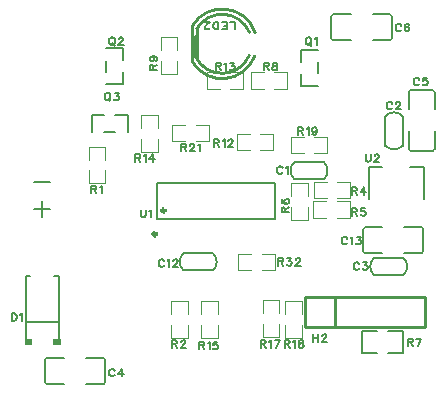
<source format=gto>
G04 Layer: TopSilkscreenLayer*
G04 EasyEDA Pro v1.9.29.eba1c1, 2023-03-25 18:59:35*
G04 Gerber Generator version 0.3*
G04 Scale: 100 percent, Rotated: No, Reflected: No*
G04 Dimensions in millimeters*
G04 Leading zeros omitted, absolute positions, 3 integers and 3 decimals*
%FSLAX33Y33*%
%MOMM*%
%ADD10C,0.2032*%
%ADD11C,0.1524*%
%ADD12C,0.254*%
%ADD13C,0.1*%
%ADD14C,0.15*%
%ADD15C,0.0254*%
%ADD16C,0.3008*%
%ADD17C,0.299999*%
G75*


G04 Text Start*
G04 //text: -*
G54D10*
G01X-15392Y1016D02*
G01X-14077Y1016D01*
G04 //text: +*
G01X-14735Y-612D02*
G01X-14735Y-1928D01*
G01X-15392Y-1270D02*
G01X-14077Y-1270D01*
G04 //text: R9*
G54D11*
G01X-5641Y10490D02*
G01X-4991Y10490D01*
G01X-5641Y10490D02*
G01X-5641Y10770D01*
G01X-5611Y10861D01*
G01X-5580Y10892D01*
G01X-5517Y10925D01*
G01X-5456D01*
G01X-5395Y10892D01*
G01X-5364Y10861D01*
G01X-5331Y10770D01*
G01Y10490D01*
G01X-5331Y10706D02*
G01X-4991Y10925D01*
G01X-5425Y11628D02*
G01X-5331Y11595D01*
G01X-5270Y11534D01*
G01X-5240Y11440D01*
G01Y11410D01*
G01X-5270Y11318D01*
G01X-5331Y11255D01*
G01X-5425Y11224D01*
G01X-5456D01*
G01X-5550Y11255D01*
G01X-5611Y11318D01*
G01X-5641Y11410D01*
G01Y11440D01*
G01X-5611Y11534D01*
G01X-5550Y11595D01*
G01X-5425Y11628D01*
G01X-5270D01*
G01X-5116Y11595D01*
G01X-5022Y11534D01*
G01X-4991Y11440D01*
G01Y11379D01*
G01X-5022Y11288D01*
G01X-5085Y11255D01*
G04 //text: Q2*
G01X-8882Y13261D02*
G01X-8943Y13231D01*
G01X-9007Y13170D01*
G01X-9037Y13106D01*
G01X-9068Y13015D01*
G01Y12860D01*
G01X-9037Y12766D01*
G01X-9007Y12705D01*
G01X-8943Y12642D01*
G01X-8882Y12611D01*
G01X-8758D01*
G01X-8697Y12642D01*
G01X-8633Y12705D01*
G01X-8603Y12766D01*
G01X-8572Y12860D01*
G01Y13015D01*
G01X-8603Y13106D01*
G01X-8633Y13170D01*
G01X-8697Y13231D01*
G01X-8758Y13261D01*
G01X-8882D01*
G01X-8788Y12736D02*
G01X-8603Y12550D01*
G01X-8240Y13106D02*
G01X-8240Y13137D01*
G01X-8209Y13200D01*
G01X-8179Y13231D01*
G01X-8118Y13261D01*
G01X-7993D01*
G01X-7930Y13231D01*
G01X-7899Y13200D01*
G01X-7869Y13137D01*
G01Y13076D01*
G01X-7899Y13015D01*
G01X-7963Y12921D01*
G01X-8270Y12611D01*
G01X-7838D01*
G04 //text: R6*
G01X5535Y-1575D02*
G01X6185Y-1575D01*
G01X5535Y-1575D02*
G01X5535Y-1295D01*
G01X5565Y-1204D01*
G01X5596Y-1173D01*
G01X5659Y-1140D01*
G01X5720D01*
G01X5781Y-1173D01*
G01X5812Y-1204D01*
G01X5845Y-1295D01*
G01Y-1575D01*
G01X5845Y-1359D02*
G01X6185Y-1140D01*
G01X5626Y-470D02*
G01X5565Y-500D01*
G01X5535Y-592D01*
G01Y-655D01*
G01X5565Y-747D01*
G01X5659Y-810D01*
G01X5812Y-841D01*
G01X5966D01*
G01X6091Y-810D01*
G01X6154Y-747D01*
G01X6185Y-655D01*
G01Y-625D01*
G01X6154Y-531D01*
G01X6091Y-470D01*
G01X5999Y-437D01*
G01X5966D01*
G01X5875Y-470D01*
G01X5812Y-531D01*
G01X5781Y-625D01*
G01Y-655D01*
G01X5812Y-747D01*
G01X5875Y-810D01*
G01X5966Y-841D01*
G04 //text: U1*
G01X-6401Y-1344D02*
G01X-6401Y-1808D01*
G01X-6370Y-1900D01*
G01X-6307Y-1963D01*
G01X-6215Y-1994D01*
G01X-6152D01*
G01X-6060Y-1963D01*
G01X-5999Y-1900D01*
G01X-5966Y-1808D01*
G01Y-1344D01*
G01X-5667Y-1468D02*
G01X-5603Y-1435D01*
G01X-5512Y-1344D01*
G01Y-1994D01*
G04 //text: C13*
G01X11082Y-3785D02*
G01X11052Y-3721D01*
G01X10988Y-3660D01*
G01X10927Y-3630D01*
G01X10803D01*
G01X10742Y-3660D01*
G01X10678Y-3721D01*
G01X10648Y-3785D01*
G01X10617Y-3876D01*
G01Y-4031D01*
G01X10648Y-4125D01*
G01X10678Y-4186D01*
G01X10742Y-4249D01*
G01X10803Y-4280D01*
G01X10927D01*
G01X10988Y-4249D01*
G01X11052Y-4186D01*
G01X11082Y-4125D01*
G01X11382Y-3754D02*
G01X11445Y-3721D01*
G01X11537Y-3630D01*
G01Y-4280D01*
G01X11900Y-3630D02*
G01X12240Y-3630D01*
G01X12055Y-3876D01*
G01X12149D01*
G01X12210Y-3907D01*
G01X12240Y-3940D01*
G01X12271Y-4031D01*
G01Y-4094D01*
G01X12240Y-4186D01*
G01X12179Y-4249D01*
G01X12085Y-4280D01*
G01X11994D01*
G01X11900Y-4249D01*
G01X11869Y-4216D01*
G01X11839Y-4155D01*
G04 //text: R17*
G01X3759Y-12393D02*
G01X3759Y-13043D01*
G01X3759Y-12393D02*
G01X4039Y-12393D01*
G01X4130Y-12423D01*
G01X4161Y-12454D01*
G01X4194Y-12517D01*
G01Y-12578D01*
G01X4161Y-12639D01*
G01X4130Y-12670D01*
G01X4039Y-12703D01*
G01X3759D01*
G01X3975Y-12703D02*
G01X4194Y-13043D01*
G01X4493Y-12517D02*
G01X4557Y-12484D01*
G01X4648Y-12393D01*
G01Y-13043D01*
G01X5382Y-12393D02*
G01X5072Y-13043D01*
G01X4950Y-12393D02*
G01X5382Y-12393D01*
G04 //text: R18*
G01X5791Y-12393D02*
G01X5791Y-13043D01*
G01X5791Y-12393D02*
G01X6071Y-12393D01*
G01X6162Y-12423D01*
G01X6193Y-12454D01*
G01X6226Y-12517D01*
G01Y-12578D01*
G01X6193Y-12639D01*
G01X6162Y-12670D01*
G01X6071Y-12703D01*
G01X5791D01*
G01X6007Y-12703D02*
G01X6226Y-13043D01*
G01X6525Y-12517D02*
G01X6589Y-12484D01*
G01X6680Y-12393D01*
G01Y-13043D01*
G01X7137Y-12393D02*
G01X7043Y-12423D01*
G01X7013Y-12484D01*
G01Y-12548D01*
G01X7043Y-12609D01*
G01X7104Y-12639D01*
G01X7229Y-12670D01*
G01X7323Y-12703D01*
G01X7384Y-12763D01*
G01X7414Y-12824D01*
G01Y-12918D01*
G01X7384Y-12979D01*
G01X7353Y-13012D01*
G01X7259Y-13043D01*
G01X7137D01*
G01X7043Y-13012D01*
G01X7013Y-12979D01*
G01X6982Y-12918D01*
G01Y-12824D01*
G01X7013Y-12763D01*
G01X7074Y-12703D01*
G01X7168Y-12670D01*
G01X7290Y-12639D01*
G01X7353Y-12609D01*
G01X7384Y-12548D01*
G01Y-12484D01*
G01X7353Y-12423D01*
G01X7259Y-12393D01*
G01X7137D01*
G04 //text: R13*
G01X-51Y11102D02*
G01X-51Y10452D01*
G01X-51Y11102D02*
G01X229Y11102D01*
G01X320Y11072D01*
G01X351Y11041D01*
G01X384Y10978D01*
G01Y10917D01*
G01X351Y10856D01*
G01X320Y10825D01*
G01X229Y10792D01*
G01X-51D01*
G01X165Y10792D02*
G01X384Y10452D01*
G01X683Y10978D02*
G01X747Y11011D01*
G01X838Y11102D01*
G01Y10452D01*
G01X1201Y11102D02*
G01X1542Y11102D01*
G01X1356Y10856D01*
G01X1448D01*
G01X1511Y10825D01*
G01X1542Y10792D01*
G01X1572Y10701D01*
G01Y10638D01*
G01X1542Y10546D01*
G01X1481Y10483D01*
G01X1387Y10452D01*
G01X1295D01*
G01X1201Y10483D01*
G01X1171Y10516D01*
G01X1140Y10577D01*
G04 //text: C1*
G01X5621Y2184D02*
G01X5591Y2248D01*
G01X5527Y2309D01*
G01X5466Y2339D01*
G01X5342D01*
G01X5281Y2309D01*
G01X5217Y2248D01*
G01X5187Y2184D01*
G01X5156Y2093D01*
G01Y1938D01*
G01X5187Y1844D01*
G01X5217Y1783D01*
G01X5281Y1720D01*
G01X5342Y1689D01*
G01X5466D01*
G01X5527Y1720D01*
G01X5591Y1783D01*
G01X5621Y1844D01*
G01X5921Y2215D02*
G01X5984Y2248D01*
G01X6076Y2339D01*
G01Y1689D01*
G04 //text: R32*
G01X5243Y-5421D02*
G01X5243Y-6071D01*
G01X5243Y-5421D02*
G01X5523Y-5421D01*
G01X5614Y-5451D01*
G01X5645Y-5482D01*
G01X5678Y-5545D01*
G01Y-5606D01*
G01X5645Y-5667D01*
G01X5614Y-5698D01*
G01X5523Y-5731D01*
G01X5243D01*
G01X5459Y-5731D02*
G01X5678Y-6071D01*
G01X6041Y-5421D02*
G01X6381Y-5421D01*
G01X6193Y-5667D01*
G01X6287D01*
G01X6348Y-5698D01*
G01X6381Y-5731D01*
G01X6412Y-5822D01*
G01Y-5885D01*
G01X6381Y-5977D01*
G01X6318Y-6040D01*
G01X6226Y-6071D01*
G01X6132D01*
G01X6041Y-6040D01*
G01X6008Y-6007D01*
G01X5977Y-5946D01*
G01X6742Y-5576D02*
G01X6742Y-5545D01*
G01X6775Y-5482D01*
G01X6805Y-5451D01*
G01X6866Y-5421D01*
G01X6991D01*
G01X7052Y-5451D01*
G01X7085Y-5482D01*
G01X7115Y-5545D01*
G01Y-5606D01*
G01X7085Y-5667D01*
G01X7021Y-5761D01*
G01X6711Y-6071D01*
G01X7146D01*
G04 //text: Q3*
G01X-9263Y8562D02*
G01X-9324Y8532D01*
G01X-9388Y8471D01*
G01X-9418Y8407D01*
G01X-9449Y8316D01*
G01Y8161D01*
G01X-9418Y8067D01*
G01X-9388Y8006D01*
G01X-9324Y7943D01*
G01X-9263Y7912D01*
G01X-9139D01*
G01X-9078Y7943D01*
G01X-9014Y8006D01*
G01X-8984Y8067D01*
G01X-8953Y8161D01*
G01Y8316D01*
G01X-8984Y8407D01*
G01X-9014Y8471D01*
G01X-9078Y8532D01*
G01X-9139Y8562D01*
G01X-9263D01*
G01X-9169Y8037D02*
G01X-8984Y7851D01*
G01X-8590Y8562D02*
G01X-8250Y8562D01*
G01X-8435Y8316D01*
G01X-8344D01*
G01X-8280Y8285D01*
G01X-8250Y8252D01*
G01X-8219Y8161D01*
G01Y8098D01*
G01X-8250Y8006D01*
G01X-8311Y7943D01*
G01X-8405Y7912D01*
G01X-8499D01*
G01X-8590Y7943D01*
G01X-8621Y7976D01*
G01X-8651Y8037D01*
G04 //text: R21*
G01X-2972Y4244D02*
G01X-2972Y3594D01*
G01X-2972Y4244D02*
G01X-2692Y4244D01*
G01X-2601Y4214D01*
G01X-2570Y4183D01*
G01X-2537Y4120D01*
G01Y4059D01*
G01X-2570Y3998D01*
G01X-2601Y3967D01*
G01X-2692Y3934D01*
G01X-2972D01*
G01X-2756Y3934D02*
G01X-2537Y3594D01*
G01X-2207Y4089D02*
G01X-2207Y4120D01*
G01X-2174Y4183D01*
G01X-2144Y4214D01*
G01X-2083Y4244D01*
G01X-1958D01*
G01X-1897Y4214D01*
G01X-1867Y4183D01*
G01X-1834Y4120D01*
G01Y4059D01*
G01X-1867Y3998D01*
G01X-1928Y3904D01*
G01X-2238Y3594D01*
G01X-1803D01*
G01X-1504Y4120D02*
G01X-1440Y4153D01*
G01X-1349Y4244D01*
G01Y3594D01*
G04 //text: H2*
G01X8204Y-11885D02*
G01X8204Y-12535D01*
G01X8639Y-11885D02*
G01X8639Y-12535D01*
G01X8204Y-12195D02*
G01X8639Y-12195D01*
G01X8969Y-12040D02*
G01X8969Y-12009D01*
G01X9002Y-11946D01*
G01X9032Y-11915D01*
G01X9093Y-11885D01*
G01X9218D01*
G01X9279Y-11915D01*
G01X9309Y-11946D01*
G01X9342Y-12009D01*
G01Y-12070D01*
G01X9309Y-12131D01*
G01X9248Y-12225D01*
G01X8938Y-12535D01*
G01X9373D01*
G04 //text: C12*
G01X-4412Y-5690D02*
G01X-4442Y-5626D01*
G01X-4506Y-5565D01*
G01X-4567Y-5535D01*
G01X-4691D01*
G01X-4752Y-5565D01*
G01X-4816Y-5626D01*
G01X-4846Y-5690D01*
G01X-4877Y-5781D01*
G01Y-5936D01*
G01X-4846Y-6030D01*
G01X-4816Y-6091D01*
G01X-4752Y-6154D01*
G01X-4691Y-6185D01*
G01X-4567D01*
G01X-4506Y-6154D01*
G01X-4442Y-6091D01*
G01X-4412Y-6030D01*
G01X-4112Y-5659D02*
G01X-4049Y-5626D01*
G01X-3957Y-5535D01*
G01Y-6185D01*
G01X-3625Y-5690D02*
G01X-3625Y-5659D01*
G01X-3594Y-5596D01*
G01X-3564Y-5565D01*
G01X-3500Y-5535D01*
G01X-3378D01*
G01X-3315Y-5565D01*
G01X-3284Y-5596D01*
G01X-3254Y-5659D01*
G01Y-5720D01*
G01X-3284Y-5781D01*
G01X-3345Y-5875D01*
G01X-3655Y-6185D01*
G01X-3223D01*
G04 //text: R12*
G01X-178Y4625D02*
G01X-178Y3975D01*
G01X-178Y4625D02*
G01X102Y4625D01*
G01X193Y4595D01*
G01X224Y4564D01*
G01X257Y4501D01*
G01Y4440D01*
G01X224Y4379D01*
G01X193Y4348D01*
G01X102Y4315D01*
G01X-178D01*
G01X38Y4315D02*
G01X257Y3975D01*
G01X556Y4501D02*
G01X620Y4534D01*
G01X711Y4625D01*
G01Y3975D01*
G01X1044Y4470D02*
G01X1044Y4501D01*
G01X1074Y4564D01*
G01X1105Y4595D01*
G01X1168Y4625D01*
G01X1290D01*
G01X1354Y4595D01*
G01X1384Y4564D01*
G01X1415Y4501D01*
G01Y4440D01*
G01X1384Y4379D01*
G01X1321Y4285D01*
G01X1013Y3975D01*
G01X1445D01*
G04 //text: R14*
G01X-6852Y3336D02*
G01X-6852Y2686D01*
G01X-6852Y3336D02*
G01X-6572Y3336D01*
G01X-6481Y3306D01*
G01X-6450Y3275D01*
G01X-6417Y3212D01*
G01Y3151D01*
G01X-6450Y3090D01*
G01X-6481Y3059D01*
G01X-6572Y3026D01*
G01X-6852D01*
G01X-6636Y3026D02*
G01X-6417Y2686D01*
G01X-6118Y3212D02*
G01X-6054Y3245D01*
G01X-5963Y3336D01*
G01Y2686D01*
G01X-5353Y3336D02*
G01X-5661Y2905D01*
G01X-5198D01*
G01X-5353Y3336D02*
G01X-5353Y2686D01*
G04 //text: U2*
G01X12649Y3355D02*
G01X12649Y2891D01*
G01X12680Y2799D01*
G01X12743Y2736D01*
G01X12835Y2705D01*
G01X12898D01*
G01X12990Y2736D01*
G01X13051Y2799D01*
G01X13084Y2891D01*
G01Y3355D01*
G01X13414Y3200D02*
G01X13414Y3231D01*
G01X13447Y3294D01*
G01X13477Y3325D01*
G01X13538Y3355D01*
G01X13663D01*
G01X13724Y3325D01*
G01X13754Y3294D01*
G01X13787Y3231D01*
G01Y3170D01*
G01X13754Y3109D01*
G01X13693Y3015D01*
G01X13383Y2705D01*
G01X13818D01*
G04 //text: R7*
G01X16205Y-12266D02*
G01X16205Y-12916D01*
G01X16205Y-12266D02*
G01X16485Y-12266D01*
G01X16576Y-12296D01*
G01X16607Y-12327D01*
G01X16640Y-12390D01*
G01Y-12451D01*
G01X16607Y-12512D01*
G01X16576Y-12543D01*
G01X16485Y-12576D01*
G01X16205D01*
G01X16421Y-12576D02*
G01X16640Y-12916D01*
G01X17374Y-12266D02*
G01X17064Y-12916D01*
G01X16939Y-12266D02*
G01X17374Y-12266D01*
G04 //text: R19*
G01X6934Y5641D02*
G01X6934Y4991D01*
G01X6934Y5641D02*
G01X7214Y5641D01*
G01X7305Y5611D01*
G01X7336Y5580D01*
G01X7369Y5517D01*
G01Y5456D01*
G01X7336Y5395D01*
G01X7305Y5364D01*
G01X7214Y5331D01*
G01X6934D01*
G01X7150Y5331D02*
G01X7369Y4991D01*
G01X7668Y5517D02*
G01X7732Y5550D01*
G01X7823Y5641D01*
G01Y4991D01*
G01X8527Y5425D02*
G01X8496Y5331D01*
G01X8433Y5271D01*
G01X8341Y5240D01*
G01X8311D01*
G01X8217Y5271D01*
G01X8156Y5331D01*
G01X8125Y5425D01*
G01Y5456D01*
G01X8156Y5550D01*
G01X8217Y5611D01*
G01X8311Y5641D01*
G01X8341D01*
G01X8433Y5611D01*
G01X8496Y5550D01*
G01X8527Y5425D01*
G01Y5271D01*
G01X8496Y5116D01*
G01X8433Y5022D01*
G01X8341Y4991D01*
G01X8280D01*
G01X8186Y5022D01*
G01X8156Y5085D01*
G04 //text: Q1*
G01X7755Y13261D02*
G01X7694Y13231D01*
G01X7630Y13170D01*
G01X7600Y13106D01*
G01X7569Y13015D01*
G01Y12860D01*
G01X7600Y12766D01*
G01X7630Y12705D01*
G01X7694Y12642D01*
G01X7755Y12611D01*
G01X7879D01*
G01X7940Y12642D01*
G01X8004Y12705D01*
G01X8034Y12766D01*
G01X8065Y12860D01*
G01Y13015D01*
G01X8034Y13106D01*
G01X8004Y13170D01*
G01X7940Y13231D01*
G01X7879Y13261D01*
G01X7755D01*
G01X7849Y12736D02*
G01X8034Y12550D01*
G01X8367Y13137D02*
G01X8428Y13170D01*
G01X8519Y13261D01*
G01Y12611D01*
G04 //text: R8*
G01X4013Y11102D02*
G01X4013Y10452D01*
G01X4013Y11102D02*
G01X4293Y11102D01*
G01X4384Y11072D01*
G01X4415Y11041D01*
G01X4448Y10978D01*
G01Y10917D01*
G01X4415Y10856D01*
G01X4384Y10825D01*
G01X4293Y10792D01*
G01X4013D01*
G01X4229Y10792D02*
G01X4448Y10452D01*
G01X4902Y11102D02*
G01X4811Y11072D01*
G01X4778Y11011D01*
G01Y10947D01*
G01X4811Y10886D01*
G01X4872Y10856D01*
G01X4996Y10825D01*
G01X5088Y10792D01*
G01X5151Y10732D01*
G01X5182Y10671D01*
G01Y10577D01*
G01X5151Y10516D01*
G01X5118Y10483D01*
G01X5027Y10452D01*
G01X4902D01*
G01X4811Y10483D01*
G01X4778Y10516D01*
G01X4747Y10577D01*
G01Y10671D01*
G01X4778Y10732D01*
G01X4841Y10792D01*
G01X4933Y10825D01*
G01X5057Y10856D01*
G01X5118Y10886D01*
G01X5151Y10947D01*
G01Y11011D01*
G01X5118Y11072D01*
G01X5027Y11102D01*
G01X4902D01*
G04 //text: R2*
G01X-3734Y-12393D02*
G01X-3734Y-13043D01*
G01X-3734Y-12393D02*
G01X-3454Y-12393D01*
G01X-3363Y-12423D01*
G01X-3332Y-12454D01*
G01X-3299Y-12517D01*
G01Y-12578D01*
G01X-3332Y-12639D01*
G01X-3363Y-12670D01*
G01X-3454Y-12703D01*
G01X-3734D01*
G01X-3518Y-12703D02*
G01X-3299Y-13043D01*
G01X-2969Y-12548D02*
G01X-2969Y-12517D01*
G01X-2936Y-12454D01*
G01X-2906Y-12423D01*
G01X-2845Y-12393D01*
G01X-2720D01*
G01X-2659Y-12423D01*
G01X-2629Y-12454D01*
G01X-2596Y-12517D01*
G01Y-12578D01*
G01X-2629Y-12639D01*
G01X-2690Y-12733D01*
G01X-3000Y-13043D01*
G01X-2565D01*
G04 //text: R15*
G01X-1448Y-12520D02*
G01X-1448Y-13170D01*
G01X-1448Y-12520D02*
G01X-1168Y-12520D01*
G01X-1077Y-12550D01*
G01X-1046Y-12581D01*
G01X-1013Y-12644D01*
G01Y-12705D01*
G01X-1046Y-12766D01*
G01X-1077Y-12797D01*
G01X-1168Y-12830D01*
G01X-1448D01*
G01X-1232Y-12830D02*
G01X-1013Y-13170D01*
G01X-714Y-12644D02*
G01X-650Y-12611D01*
G01X-559Y-12520D01*
G01Y-13170D01*
G01X114Y-12520D02*
G01X-196Y-12520D01*
G01X-226Y-12797D01*
G01X-196Y-12766D01*
G01X-102Y-12736D01*
G01X-10D01*
G01X84Y-12766D01*
G01X145Y-12830D01*
G01X175Y-12921D01*
G01Y-12984D01*
G01X145Y-13076D01*
G01X84Y-13139D01*
G01X-10Y-13170D01*
G01X-102D01*
G01X-196Y-13139D01*
G01X-226Y-13106D01*
G01X-257Y-13045D01*
G04 //text: R1*
G01X-10592Y688D02*
G01X-10592Y38D01*
G01X-10592Y688D02*
G01X-10312Y688D01*
G01X-10221Y658D01*
G01X-10190Y627D01*
G01X-10157Y564D01*
G01Y503D01*
G01X-10190Y442D01*
G01X-10221Y411D01*
G01X-10312Y378D01*
G01X-10592D01*
G01X-10376Y378D02*
G01X-10157Y38D01*
G01X-9858Y564D02*
G01X-9794Y597D01*
G01X-9703Y688D01*
G01Y38D01*
G04 //text: R5*
G01X11506Y-1217D02*
G01X11506Y-1867D01*
G01X11506Y-1217D02*
G01X11786Y-1217D01*
G01X11877Y-1247D01*
G01X11908Y-1278D01*
G01X11941Y-1341D01*
G01Y-1402D01*
G01X11908Y-1463D01*
G01X11877Y-1494D01*
G01X11786Y-1527D01*
G01X11506D01*
G01X11722Y-1527D02*
G01X11941Y-1867D01*
G01X12611Y-1217D02*
G01X12304Y-1217D01*
G01X12271Y-1494D01*
G01X12304Y-1463D01*
G01X12395Y-1433D01*
G01X12489D01*
G01X12581Y-1463D01*
G01X12644Y-1527D01*
G01X12675Y-1618D01*
G01Y-1681D01*
G01X12644Y-1773D01*
G01X12581Y-1836D01*
G01X12489Y-1867D01*
G01X12395D01*
G01X12304Y-1836D01*
G01X12271Y-1803D01*
G01X12240Y-1742D01*
G04 //text: C2*
G01X14892Y7645D02*
G01X14862Y7709D01*
G01X14798Y7770D01*
G01X14737Y7800D01*
G01X14613D01*
G01X14552Y7770D01*
G01X14488Y7709D01*
G01X14458Y7645D01*
G01X14427Y7554D01*
G01Y7399D01*
G01X14458Y7305D01*
G01X14488Y7244D01*
G01X14552Y7181D01*
G01X14613Y7150D01*
G01X14737D01*
G01X14798Y7181D01*
G01X14862Y7244D01*
G01X14892Y7305D01*
G01X15225Y7645D02*
G01X15225Y7676D01*
G01X15255Y7739D01*
G01X15286Y7770D01*
G01X15347Y7800D01*
G01X15471D01*
G01X15532Y7770D01*
G01X15565Y7739D01*
G01X15596Y7676D01*
G01Y7615D01*
G01X15565Y7554D01*
G01X15502Y7460D01*
G01X15192Y7150D01*
G01X15626D01*
G04 //text: C3*
G01X12098Y-5944D02*
G01X12068Y-5880D01*
G01X12004Y-5819D01*
G01X11943Y-5789D01*
G01X11819D01*
G01X11758Y-5819D01*
G01X11694Y-5880D01*
G01X11664Y-5944D01*
G01X11633Y-6035D01*
G01Y-6190D01*
G01X11664Y-6284D01*
G01X11694Y-6345D01*
G01X11758Y-6408D01*
G01X11819Y-6439D01*
G01X11943D01*
G01X12004Y-6408D01*
G01X12068Y-6345D01*
G01X12098Y-6284D01*
G01X12461Y-5789D02*
G01X12802Y-5789D01*
G01X12616Y-6035D01*
G01X12708D01*
G01X12771Y-6066D01*
G01X12802Y-6099D01*
G01X12832Y-6190D01*
G01Y-6253D01*
G01X12802Y-6345D01*
G01X12738Y-6408D01*
G01X12647Y-6439D01*
G01X12553D01*
G01X12461Y-6408D01*
G01X12431Y-6375D01*
G01X12398Y-6314D01*
G04 //text: D1*
G01X-17323Y-10107D02*
G01X-17323Y-10757D01*
G01X-17323Y-10107D02*
G01X-17107Y-10107D01*
G01X-17013Y-10137D01*
G01X-16952Y-10198D01*
G01X-16921Y-10262D01*
G01X-16888Y-10353D01*
G01Y-10508D01*
G01X-16921Y-10602D01*
G01X-16952Y-10663D01*
G01X-17013Y-10726D01*
G01X-17107Y-10757D01*
G01X-17323D01*
G01X-16589Y-10231D02*
G01X-16525Y-10198D01*
G01X-16434Y-10107D01*
G01Y-10757D01*
G04 //text: R4*
G01X11506Y561D02*
G01X11506Y-89D01*
G01X11506Y561D02*
G01X11786Y561D01*
G01X11877Y531D01*
G01X11908Y500D01*
G01X11941Y437D01*
G01Y376D01*
G01X11908Y315D01*
G01X11877Y284D01*
G01X11786Y251D01*
G01X11506D01*
G01X11722Y251D02*
G01X11941Y-89D01*
G01X12550Y561D02*
G01X12240Y130D01*
G01X12705D01*
G01X12550Y561D02*
G01X12550Y-89D01*
G04 //text: C4*
G01X-8603Y-14961D02*
G01X-8633Y-14897D01*
G01X-8697Y-14836D01*
G01X-8758Y-14806D01*
G01X-8882D01*
G01X-8943Y-14836D01*
G01X-9007Y-14897D01*
G01X-9037Y-14961D01*
G01X-9068Y-15052D01*
G01Y-15207D01*
G01X-9037Y-15301D01*
G01X-9007Y-15362D01*
G01X-8943Y-15425D01*
G01X-8882Y-15456D01*
G01X-8758D01*
G01X-8697Y-15425D01*
G01X-8633Y-15362D01*
G01X-8603Y-15301D01*
G01X-7993Y-14806D02*
G01X-8303Y-15237D01*
G01X-7838D01*
G01X-7993Y-14806D02*
G01X-7993Y-15456D01*
G04 //text: C5*
G01X17178Y9677D02*
G01X17148Y9741D01*
G01X17084Y9802D01*
G01X17023Y9832D01*
G01X16899D01*
G01X16838Y9802D01*
G01X16774Y9741D01*
G01X16744Y9677D01*
G01X16713Y9586D01*
G01Y9431D01*
G01X16744Y9337D01*
G01X16774Y9276D01*
G01X16838Y9213D01*
G01X16899Y9182D01*
G01X17023D01*
G01X17084Y9213D01*
G01X17148Y9276D01*
G01X17178Y9337D01*
G01X17851Y9832D02*
G01X17541Y9832D01*
G01X17511Y9555D01*
G01X17541Y9586D01*
G01X17633Y9616D01*
G01X17727D01*
G01X17818Y9586D01*
G01X17882Y9522D01*
G01X17912Y9431D01*
G01Y9368D01*
G01X17882Y9276D01*
G01X17818Y9213D01*
G01X17727Y9182D01*
G01X17633D01*
G01X17541Y9213D01*
G01X17511Y9246D01*
G01X17478Y9307D01*
G04 //text: C6*
G01X15654Y14249D02*
G01X15624Y14313D01*
G01X15560Y14374D01*
G01X15499Y14404D01*
G01X15375D01*
G01X15314Y14374D01*
G01X15250Y14313D01*
G01X15220Y14249D01*
G01X15189Y14158D01*
G01Y14003D01*
G01X15220Y13909D01*
G01X15250Y13848D01*
G01X15314Y13785D01*
G01X15375Y13754D01*
G01X15499D01*
G01X15560Y13785D01*
G01X15624Y13848D01*
G01X15654Y13909D01*
G01X16327Y14313D02*
G01X16294Y14374D01*
G01X16203Y14404D01*
G01X16139D01*
G01X16048Y14374D01*
G01X15987Y14280D01*
G01X15954Y14127D01*
G01Y13973D01*
G01X15987Y13848D01*
G01X16048Y13785D01*
G01X16139Y13754D01*
G01X16172D01*
G01X16264Y13785D01*
G01X16327Y13848D01*
G01X16358Y13940D01*
G01Y13973D01*
G01X16327Y14064D01*
G01X16264Y14127D01*
G01X16172Y14158D01*
G01X16139D01*
G01X16048Y14127D01*
G01X15987Y14064D01*
G01X15954Y13973D01*
G04 //text: LED2*
G01X1575Y13917D02*
G01X1575Y14567D01*
G01X1575Y14567D02*
G01X1204Y14567D01*
G01X902Y13917D02*
G01X902Y14567D01*
G01X902Y13917D02*
G01X500Y13917D01*
G01X902Y14227D02*
G01X655Y14227D01*
G01X902Y14567D02*
G01X500Y14567D01*
G01X198Y13917D02*
G01X198Y14567D01*
G01X198Y13917D02*
G01X-18Y13917D01*
G01X-112Y13947D01*
G01X-173Y14008D01*
G01X-203Y14072D01*
G01X-234Y14163D01*
G01Y14318D01*
G01X-203Y14412D01*
G01X-173Y14473D01*
G01X-112Y14536D01*
G01X-18Y14567D01*
G01X198D01*
G01X-566Y14072D02*
G01X-566Y14041D01*
G01X-597Y13978D01*
G01X-627Y13947D01*
G01X-691Y13917D01*
G01X-815D01*
G01X-876Y13947D01*
G01X-907Y13978D01*
G01X-937Y14041D01*
G01Y14102D01*
G01X-907Y14163D01*
G01X-846Y14257D01*
G01X-536Y14567D01*
G01X-968D01*
G04 Text End*

G04 PolygonModel Start*
G54D12*
G01X-2012Y11170D02*
G01X-2012Y14170D01*
G01X-1651Y11430D02*
G01X-1651Y13970D01*
G01X-1778Y11938D02*
G01X-1778Y13335D01*
G01X-1783Y11700D02*
G03X2800Y11702I2291J1000D01*
G01X-2018Y11177D02*
G03X3272Y11670I2526J1523D01*
G01X3302Y13647D02*
G03X-2034Y14198I-2794J-947D01*
G01X2808Y13681D02*
G03X-1647Y13968I-2300J-981D01*
G54D13*
G01X-4707Y10154D02*
G01X-4707Y11254D01*
G01X-4707Y10154D02*
G01X-3307Y10154D01*
G01X-3307Y10154D02*
G01X-3307Y11254D01*
G01X-4707Y12154D02*
G01X-4707Y13254D01*
G01X-4707Y13254D02*
G01X-3307Y13254D01*
G01X-3307Y12154D02*
G01X-3307Y13254D01*
G54D11*
G01X-9362Y9269D02*
G01X-7910Y9269D01*
G01X-7910Y9269D02*
G01X-7910Y10300D01*
G01X-9362Y12321D02*
G01X-7910Y12321D01*
G01X-7910Y12321D02*
G01X-7910Y11290D01*
G01X-9362Y10340D02*
G01X-9362Y11250D01*
G54D13*
G01X7755Y895D02*
G01X7755Y-205D01*
G01X7755Y895D02*
G01X6355Y895D01*
G01X6355Y895D02*
G01X6355Y-205D01*
G01X7755Y-1105D02*
G01X7755Y-2205D01*
G01X7755Y-2205D02*
G01X6355Y-2205D01*
G01X6355Y-1105D02*
G01X6355Y-2205D01*
G54D11*
G01X-5026Y-2156D02*
G01X-5026Y886D01*
G01X-5026Y886D02*
G01X5026Y886D01*
G01X5026Y886D02*
G01X5026Y-2156D01*
G01X5026Y-2156D02*
G01X-5026Y-2156D01*
G01X17397Y-2844D02*
G01X15912Y-2844D01*
G01X15912Y-5030D02*
G01X17397Y-5030D01*
G01X17550Y-4877D02*
G01X17550Y-2997D01*
G01X12575Y-2844D02*
G01X14060Y-2844D01*
G01X14060Y-5030D02*
G01X12575Y-5030D01*
G01X12422Y-4877D02*
G01X12422Y-2997D01*
G01X17397Y-5030D02*
G03X17550Y-4877I0J152D01*
G01X17550Y-2997D02*
G03X17397Y-2844I-152J0D01*
G01X12575Y-5030D02*
G02X12422Y-4877I0J152D01*
G01X12422Y-2997D02*
G02X12575Y-2844I152J0D01*
G54D13*
G01X5342Y-9011D02*
G01X5342Y-10111D01*
G01X5342Y-9011D02*
G01X3942Y-9011D01*
G01X3942Y-9011D02*
G01X3942Y-10111D01*
G01X5342Y-11011D02*
G01X5342Y-12111D01*
G01X5342Y-12111D02*
G01X3942Y-12111D01*
G01X3942Y-11011D02*
G01X3942Y-12111D01*
G01X5834Y-12198D02*
G01X5834Y-11098D01*
G01X5834Y-12198D02*
G01X7234Y-12198D01*
G01X7234Y-12198D02*
G01X7234Y-11098D01*
G01X5834Y-10198D02*
G01X5834Y-9098D01*
G01X5834Y-9098D02*
G01X7234Y-9098D01*
G01X7234Y-10198D02*
G01X7234Y-9098D01*
G01X2292Y8882D02*
G01X1192Y8882D01*
G01X2292Y8882D02*
G01X2292Y10282D01*
G01X2292Y10282D02*
G01X1192Y10282D01*
G01X292Y8882D02*
G01X-808Y8882D01*
G01X-808Y8882D02*
G01X-808Y10282D01*
G01X292Y10282D02*
G01X-808Y10282D01*
G54D14*
G01X9117Y1231D02*
G03X9116Y2681I-675J725D01*
G01X6618Y2680D02*
G03X6619Y1230I675J-725D01*
G01X9117Y1230D02*
G01X6617Y1230D01*
G01X9117Y2680D02*
G01X6617Y2680D01*
G54D13*
G01X4959Y-6485D02*
G01X3859Y-6485D01*
G01X4959Y-6485D02*
G01X4959Y-5085D01*
G01X4959Y-5085D02*
G01X3859Y-5085D01*
G01X2959Y-6485D02*
G01X1859Y-6485D01*
G01X1859Y-6485D02*
G01X1859Y-5085D01*
G01X2959Y-5085D02*
G01X1859Y-5085D01*
G54D11*
G01X-7491Y5243D02*
G01X-7491Y6695D01*
G01X-7491Y6695D02*
G01X-8522Y6695D01*
G01X-10543Y5243D02*
G01X-10543Y6695D01*
G01X-10543Y6695D02*
G01X-9512Y6695D01*
G01X-8562Y5243D02*
G01X-9472Y5243D01*
G54D13*
G01X-629Y4437D02*
G01X-1729Y4437D01*
G01X-629Y4437D02*
G01X-629Y5837D01*
G01X-629Y5837D02*
G01X-1729Y5837D01*
G01X-2629Y4437D02*
G01X-3729Y4437D01*
G01X-3729Y4437D02*
G01X-3729Y5837D01*
G01X-2629Y5837D02*
G01X-3729Y5837D01*
G54D12*
G01X10057Y-8763D02*
G01X17653Y-8763D01*
G01X17653Y-8763D02*
G01X17653Y-11303D01*
G01X17653Y-11303D02*
G01X7493Y-11303D01*
G01X7493Y-11303D02*
G01X7493Y-8763D01*
G01X7493Y-8763D02*
G01X10057Y-8763D01*
G01X10057Y-8763D02*
G01X10057Y-11303D01*
G54D14*
G01X-2767Y-5041D02*
G03X-2766Y-6491I675J-725D01*
G01X-268Y-6490D02*
G03X-269Y-5040I-675J725D01*
G01X-2767Y-5040D02*
G01X-267Y-5040D01*
G01X-2767Y-6490D02*
G01X-267Y-6490D01*
G54D13*
G01X4832Y3675D02*
G01X3732Y3675D01*
G01X4832Y3675D02*
G01X4832Y5075D01*
G01X4832Y5075D02*
G01X3732Y5075D01*
G01X2832Y3675D02*
G01X1732Y3675D01*
G01X1732Y3675D02*
G01X1732Y5075D01*
G01X2832Y5075D02*
G01X1732Y5075D01*
G01X-6358Y3550D02*
G01X-6358Y4650D01*
G01X-6358Y3550D02*
G01X-4958Y3550D01*
G01X-4958Y3550D02*
G01X-4958Y4650D01*
G01X-6358Y5550D02*
G01X-6358Y6650D01*
G01X-6358Y6650D02*
G01X-4958Y6650D01*
G01X-4958Y5550D02*
G01X-4958Y6650D01*
G54D11*
G01X17566Y-408D02*
G01X17566Y2245D01*
G01X17566Y2245D02*
G01X16418Y2245D01*
G01X12914Y-408D02*
G01X12914Y2245D01*
G01X12914Y2245D02*
G01X14063Y2245D01*
G01X14573Y-13490D02*
G01X15858Y-13490D01*
G01X15858Y-13490D02*
G01X15858Y-11656D01*
G01X15858Y-11656D02*
G01X14573Y-11656D01*
G01X13621Y-13490D02*
G01X12336Y-13490D01*
G01X12336Y-13490D02*
G01X12336Y-11656D01*
G01X12336Y-11656D02*
G01X13621Y-11656D01*
G54D13*
G01X9404Y3421D02*
G01X8304Y3421D01*
G01X9404Y3421D02*
G01X9404Y4821D01*
G01X9404Y4821D02*
G01X8304Y4821D01*
G01X7404Y3421D02*
G01X6304Y3421D01*
G01X6304Y3421D02*
G01X6304Y4821D01*
G01X7404Y4821D02*
G01X6304Y4821D01*
G54D11*
G01X8600Y12194D02*
G01X7148Y12194D01*
G01X7148Y12194D02*
G01X7148Y11163D01*
G01X8600Y9142D02*
G01X7148Y9142D01*
G01X7148Y9142D02*
G01X7148Y10173D01*
G01X8600Y11123D02*
G01X8600Y10213D01*
G54D13*
G01X2915Y10295D02*
G01X4015Y10295D01*
G01X2915Y10295D02*
G01X2915Y8895D01*
G01X2915Y8895D02*
G01X4015Y8895D01*
G01X4915Y10295D02*
G01X6015Y10295D01*
G01X6015Y10295D02*
G01X6015Y8895D01*
G01X4915Y8895D02*
G01X6015Y8895D01*
G01X-3818Y-12198D02*
G01X-3818Y-11098D01*
G01X-3818Y-12198D02*
G01X-2418Y-12198D01*
G01X-2418Y-12198D02*
G01X-2418Y-11098D01*
G01X-3818Y-10198D02*
G01X-3818Y-9098D01*
G01X-3818Y-9098D02*
G01X-2418Y-9098D01*
G01X-2418Y-10198D02*
G01X-2418Y-9098D01*
G01X-1278Y-12198D02*
G01X-1278Y-11098D01*
G01X-1278Y-12198D02*
G01X122Y-12198D01*
G01X122Y-12198D02*
G01X122Y-11098D01*
G01X-1278Y-10198D02*
G01X-1278Y-9098D01*
G01X-1278Y-9098D02*
G01X122Y-9098D01*
G01X122Y-10198D02*
G01X122Y-9098D01*
G01X-10803Y883D02*
G01X-10803Y1983D01*
G01X-10803Y883D02*
G01X-9403Y883D01*
G01X-9403Y883D02*
G01X-9403Y1983D01*
G01X-10803Y2883D02*
G01X-10803Y3983D01*
G01X-10803Y3983D02*
G01X-9403Y3983D01*
G01X-9403Y2883D02*
G01X-9403Y3983D01*
G01X11309Y-2040D02*
G01X10209Y-2040D01*
G01X11309Y-2040D02*
G01X11309Y-640D01*
G01X11309Y-640D02*
G01X10209Y-640D01*
G01X9309Y-2040D02*
G01X8209Y-2040D01*
G01X8209Y-2040D02*
G01X8209Y-640D01*
G01X9309Y-640D02*
G01X8209Y-640D01*
G54D14*
G01X15787Y6577D02*
G03X14337Y6576I-725J-675D01*
G01X14338Y4078D02*
G03X15788Y4079I725J675D01*
G01X15788Y6577D02*
G01X15788Y4077D01*
G01X14338Y6577D02*
G01X14338Y4077D01*
G01X13362Y-5422D02*
G03X13363Y-6872I675J-725D01*
G01X15861Y-6871D02*
G03X15860Y-5421I-675J725D01*
G01X13362Y-5421D02*
G01X15862Y-5421D01*
G01X13362Y-6871D02*
G01X15862Y-6871D01*
G54D11*
G01X-16133Y-10849D02*
G01X-13331Y-10849D01*
G01X-16133Y-12378D02*
G01X-16133Y-6926D01*
G01X-13331Y-12378D02*
G01X-13331Y-6926D01*
G01X-16133Y-6926D02*
G01X-15732Y-6926D01*
G01X-13331Y-6926D02*
G01X-13732Y-6926D01*
G36*
G01X-16209Y-12302D02*
G01X-15681Y-12302D01*
G01Y-12759D01*
G01X-16209D01*
G01Y-12302D01*
G37*
G54D15*
G01X-16209Y-12302D02*
G01X-15681Y-12302D01*
G01Y-12759D01*
G01X-16209D01*
G01Y-12302D01*
G36*
G01X-13255Y-12302D02*
G01X-13783Y-12302D01*
G01Y-12759D01*
G01X-13255D01*
G01Y-12302D01*
G37*
G01X-13255Y-12302D02*
G01X-13783Y-12302D01*
G01Y-12759D01*
G01X-13255D01*
G01Y-12302D01*
G54D13*
G01X8249Y1024D02*
G01X9349Y1024D01*
G01X8249Y1024D02*
G01X8249Y-376D01*
G01X8249Y-376D02*
G01X9349Y-376D01*
G01X10249Y1024D02*
G01X11349Y1024D01*
G01X11349Y1024D02*
G01X11349Y-376D01*
G01X10249Y-376D02*
G01X11349Y-376D01*
G54D11*
G01X-9527Y-13893D02*
G01X-11012Y-13893D01*
G01X-11012Y-16079D02*
G01X-9527Y-16079D01*
G01X-9374Y-15926D02*
G01X-9374Y-14046D01*
G01X-14349Y-13893D02*
G01X-12864Y-13893D01*
G01X-12864Y-16079D02*
G01X-14349Y-16079D01*
G01X-14502Y-15926D02*
G01X-14502Y-14046D01*
G01X-9527Y-16079D02*
G03X-9374Y-15926I0J152D01*
G01X-9374Y-14046D02*
G03X-9527Y-13893I-152J0D01*
G01X-14349Y-16079D02*
G02X-14502Y-15926I0J152D01*
G01X-14502Y-14046D02*
G02X-14349Y-13893I152J0D01*
G01X18492Y3812D02*
G01X18492Y5297D01*
G01X16306Y5297D02*
G01X16306Y3812D01*
G01X16459Y3659D02*
G01X18339Y3659D01*
G01X18492Y8634D02*
G01X18492Y7149D01*
G01X16306Y7149D02*
G01X16306Y8634D01*
G01X16459Y8787D02*
G01X18339Y8787D01*
G01X16306Y3812D02*
G03X16459Y3659I152J0D01*
G01X18339Y3659D02*
G03X18492Y3812I0J152D01*
G01X16306Y8634D02*
G02X16459Y8787I152J0D01*
G01X18339Y8787D02*
G02X18492Y8634I0J-152D01*
G01X14730Y15190D02*
G01X13245Y15190D01*
G01X13245Y13004D02*
G01X14730Y13004D01*
G01X14883Y13157D02*
G01X14883Y15037D01*
G01X9908Y15190D02*
G01X11393Y15190D01*
G01X11393Y13004D02*
G01X9908Y13004D01*
G01X9755Y13157D02*
G01X9755Y15037D01*
G01X14730Y13004D02*
G03X14883Y13157I0J152D01*
G01X14883Y15037D02*
G03X14730Y15190I-152J0D01*
G01X9908Y13004D02*
G02X9755Y13157I0J152D01*
G01X9755Y15037D02*
G02X9908Y15190I152J0D01*
G04 PolygonModel End*

G04 Circle Start*
G54D17*
G01X-4595Y-1404D02*
G03X-4295Y-1404I150J0D01*
G03X-4595I-150J0D01*
G01X-5335Y-3404D02*
G03X-5034Y-3404I150J0D01*
G03X-5335I-150J0D01*
G04 Circle End*

M02*

</source>
